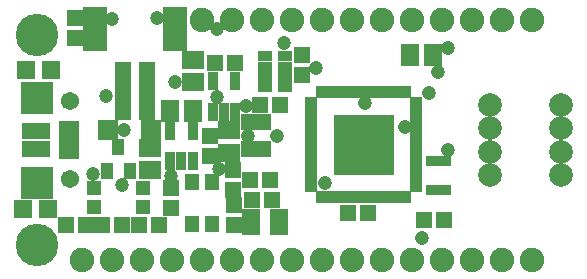
<source format=gbr>
G04 #@! TF.FileFunction,Soldermask,Top*
%FSLAX46Y46*%
G04 Gerber Fmt 4.6, Leading zero omitted, Abs format (unit mm)*
G04 Created by KiCad (PCBNEW 4.0.6) date Monday, September 17, 2018 'PMt' 12:21:56 PM*
%MOMM*%
%LPD*%
G01*
G04 APERTURE LIST*
%ADD10C,0.100000*%
%ADD11R,1.900000X1.640000*%
%ADD12R,1.400000X1.475000*%
%ADD13R,1.640000X1.900000*%
%ADD14R,1.600000X1.600000*%
%ADD15R,1.475000X1.400000*%
%ADD16R,1.300000X1.300000*%
%ADD17C,3.600000*%
%ADD18R,2.813000X2.813000*%
%ADD19C,1.543000*%
%ADD20R,1.750000X0.800000*%
%ADD21R,2.400000X1.400000*%
%ADD22R,0.950000X1.600000*%
%ADD23C,2.076400*%
%ADD24R,1.400000X5.000000*%
%ADD25R,2.000000X3.800000*%
%ADD26R,1.500000X2.300000*%
%ADD27R,1.250000X1.400000*%
%ADD28R,0.675000X0.900000*%
%ADD29R,1.800000X1.800000*%
%ADD30R,1.035000X1.416000*%
%ADD31R,1.300000X0.850000*%
%ADD32R,0.620000X1.100000*%
%ADD33R,1.100000X0.620000*%
%ADD34R,5.100000X5.100000*%
%ADD35R,2.600000X1.416000*%
%ADD36C,1.200100*%
%ADD37C,1.206400*%
%ADD38C,2.000000*%
G04 APERTURE END LIST*
D10*
G36*
X127596100Y-103453600D02*
X127596100Y-103953600D01*
X129046100Y-103953600D01*
X129046100Y-103453600D01*
X127596100Y-103453600D01*
G37*
G36*
X127596100Y-104103600D02*
X127596100Y-104603600D01*
X129046100Y-104603600D01*
X129046100Y-104103600D01*
X127596100Y-104103600D01*
G37*
G36*
X127596100Y-104753600D02*
X127596100Y-105253600D01*
X129046100Y-105253600D01*
X129046100Y-104753600D01*
X127596100Y-104753600D01*
G37*
G36*
X127596100Y-105403600D02*
X127596100Y-105903600D01*
X129046100Y-105903600D01*
X129046100Y-105403600D01*
X127596100Y-105403600D01*
G37*
G36*
X127596100Y-106053600D02*
X127596100Y-106553600D01*
X129046100Y-106553600D01*
X129046100Y-106053600D01*
X127596100Y-106053600D01*
G37*
D11*
X135142600Y-105646100D03*
X135142600Y-107546100D03*
D12*
X148010100Y-99503400D03*
X148010100Y-97803400D03*
D13*
X136879600Y-102575600D03*
X138779600Y-102575600D03*
D14*
X124696100Y-99074600D03*
X126796100Y-99074600D03*
D15*
X134239900Y-112216006D03*
X135939900Y-112216006D03*
D12*
X128816100Y-94628600D03*
X128816100Y-96328600D03*
D16*
X130449100Y-110693100D03*
X130449100Y-109093100D03*
X134549100Y-109093100D03*
X134549100Y-110693100D03*
D17*
X125641100Y-96113600D03*
X125641100Y-113893600D03*
D18*
X125646100Y-108603600D03*
X125646100Y-101403600D03*
D19*
X128446100Y-101703600D03*
X128446100Y-108303600D03*
D20*
X128321100Y-103703600D03*
X128321100Y-104353600D03*
X128321100Y-105003600D03*
X128321100Y-105653600D03*
X128321100Y-106303600D03*
D21*
X125546100Y-104253600D03*
X125546100Y-105753600D03*
D22*
X136883100Y-106811700D03*
X137833100Y-106811700D03*
X138783100Y-106811700D03*
X138783100Y-104211500D03*
X136883100Y-104211500D03*
D23*
X167551100Y-115163600D03*
X165011100Y-115163600D03*
X162471100Y-115163600D03*
X159931100Y-115163600D03*
X157391100Y-115163600D03*
X154851100Y-115163600D03*
X152311100Y-115163600D03*
X149771100Y-115163600D03*
X147231100Y-115163600D03*
X144691100Y-115163600D03*
X142151100Y-115163600D03*
X139611100Y-115163600D03*
X137071100Y-115163600D03*
X134531100Y-115163600D03*
X131991100Y-115163600D03*
X129451100Y-115163600D03*
D24*
X132896100Y-100829600D03*
X134896100Y-100829600D03*
D25*
X130496100Y-95629600D03*
X137296100Y-95629600D03*
D23*
X139611100Y-94843600D03*
X142151100Y-94843600D03*
X144691100Y-94843600D03*
X147231100Y-94843600D03*
X149771100Y-94843600D03*
X152311100Y-94843600D03*
X154851100Y-94843600D03*
X157391100Y-94843600D03*
X159931100Y-94843600D03*
X162471100Y-94843600D03*
X165011100Y-94843600D03*
X167551100Y-94843600D03*
D22*
X140502600Y-102620700D03*
X141452600Y-102620700D03*
X142402600Y-102620700D03*
X142402600Y-100020500D03*
X140502600Y-100020500D03*
D14*
X126564100Y-110845600D03*
X124464100Y-110845600D03*
D15*
X128080400Y-112179100D03*
X129780400Y-112179100D03*
D11*
X138849100Y-98211600D03*
X138849100Y-100111600D03*
D15*
X140666100Y-98463100D03*
X142366100Y-98463100D03*
D12*
X142303500Y-112216300D03*
X142303500Y-110516300D03*
D15*
X145477600Y-110083600D03*
X143777600Y-110083600D03*
D26*
X143707000Y-111937800D03*
X146107000Y-111937800D03*
D13*
X157215800Y-97764600D03*
X159115800Y-97764600D03*
D27*
X140460700Y-108574900D03*
X140460700Y-112074900D03*
X138710700Y-108574900D03*
X138710700Y-112074900D03*
D28*
X158863600Y-109200800D03*
X159363600Y-109200800D03*
X159863600Y-109200800D03*
X160363600Y-109200800D03*
X158863600Y-106800800D03*
X159363600Y-106800800D03*
X159863600Y-106800800D03*
X160363600Y-106800800D03*
D15*
X160069900Y-111785400D03*
X158369900Y-111785400D03*
D12*
X142227300Y-109219100D03*
X142227300Y-107519100D03*
D15*
X153613306Y-111170803D03*
X151913306Y-111170803D03*
X132841100Y-112179100D03*
X131141100Y-112179100D03*
D29*
X135301600Y-104114600D03*
X131601600Y-104114600D03*
D30*
X132499100Y-105591100D03*
X133449100Y-107591100D03*
X131549100Y-107591100D03*
D31*
X144920600Y-100525100D03*
X146620600Y-100525100D03*
X144920600Y-99625100D03*
X144920600Y-98825100D03*
X144920600Y-97925100D03*
X146620600Y-97925100D03*
X146620600Y-99625100D03*
X146620600Y-98825100D03*
D12*
X140246100Y-106361600D03*
X140246100Y-104661600D03*
X136956800Y-109081200D03*
X136956800Y-110781200D03*
D15*
X143650600Y-108369100D03*
X145350600Y-108369100D03*
D32*
X149513600Y-109834600D03*
X150013600Y-109834600D03*
X150513600Y-109834600D03*
X151013600Y-109834600D03*
X151513600Y-109834600D03*
X152013600Y-109834600D03*
X152513600Y-109834600D03*
X153013600Y-109834600D03*
X153513600Y-109834600D03*
X154013600Y-109834600D03*
X154513600Y-109834600D03*
X155013600Y-109834600D03*
X155513600Y-109834600D03*
X156013600Y-109834600D03*
X156513600Y-109834600D03*
X157013600Y-109834600D03*
D33*
X157713600Y-109134600D03*
X157713600Y-108634600D03*
X157713600Y-108134600D03*
X157713600Y-107634600D03*
X157713600Y-107134600D03*
X157713600Y-106634600D03*
X157713600Y-106134600D03*
X157713600Y-105634600D03*
X157713600Y-105134600D03*
X157713600Y-104634600D03*
X157713600Y-104134600D03*
X157713600Y-103634600D03*
X157713600Y-103134600D03*
X157713600Y-102634600D03*
X157713600Y-102134600D03*
X157713600Y-101634600D03*
D32*
X157013600Y-100934600D03*
X156513600Y-100934600D03*
X156013600Y-100934600D03*
X155513600Y-100934600D03*
X155013600Y-100934600D03*
X154513600Y-100934600D03*
X154013600Y-100934600D03*
X153513600Y-100934600D03*
X153013600Y-100934600D03*
X152513600Y-100934600D03*
X152013600Y-100934600D03*
X151513600Y-100934600D03*
X151013600Y-100934600D03*
X150513600Y-100934600D03*
X150013600Y-100934600D03*
X149513600Y-100934600D03*
D33*
X148813600Y-101634600D03*
X148813600Y-102134600D03*
X148813600Y-102634600D03*
X148813600Y-103134600D03*
X148813600Y-103634600D03*
X148813600Y-104134600D03*
X148813600Y-104634600D03*
X148813600Y-105134600D03*
X148813600Y-105634600D03*
X148813600Y-106134600D03*
X148813600Y-106634600D03*
X148813600Y-107134600D03*
X148813600Y-107634600D03*
X148813600Y-108134600D03*
X148813600Y-108634600D03*
X148813600Y-109134600D03*
D34*
X153263600Y-105384600D03*
D11*
X141897100Y-104180600D03*
X141897100Y-106080600D03*
D35*
X144183100Y-103495600D03*
X144183100Y-105749600D03*
D15*
X146176100Y-102019100D03*
X144476100Y-102019100D03*
D36*
X132816600Y-108813600D03*
X136944100Y-108051600D03*
X141008100Y-107480100D03*
X137325100Y-100114100D03*
X131483100Y-101257100D03*
X130340100Y-107861100D03*
X140881100Y-95605600D03*
X131991100Y-94716600D03*
X135737600Y-94653100D03*
X146532600Y-96748600D03*
X143294100Y-102082600D03*
X132943600Y-104178100D03*
X140881100Y-101320600D03*
D37*
X145961100Y-104686100D03*
X143484600Y-104622600D03*
X153263600Y-107226100D03*
X151485600Y-103606600D03*
X151549100Y-105448100D03*
X151549100Y-107226100D03*
X153454100Y-105765600D03*
X155041600Y-103606600D03*
X149199600Y-98907600D03*
X153390600Y-101892100D03*
X156756100Y-103924100D03*
X149961600Y-108623100D03*
X160439100Y-97193100D03*
X158216600Y-113258600D03*
X158788100Y-101003100D03*
X160375600Y-105829100D03*
X159550100Y-99225100D03*
D38*
X164000000Y-108000000D03*
X164000000Y-106000000D03*
X164000000Y-104000000D03*
X164000000Y-102000000D03*
X170000000Y-108000000D03*
X170000000Y-106000000D03*
X170000000Y-104000000D03*
X170000000Y-102000000D03*
M02*

</source>
